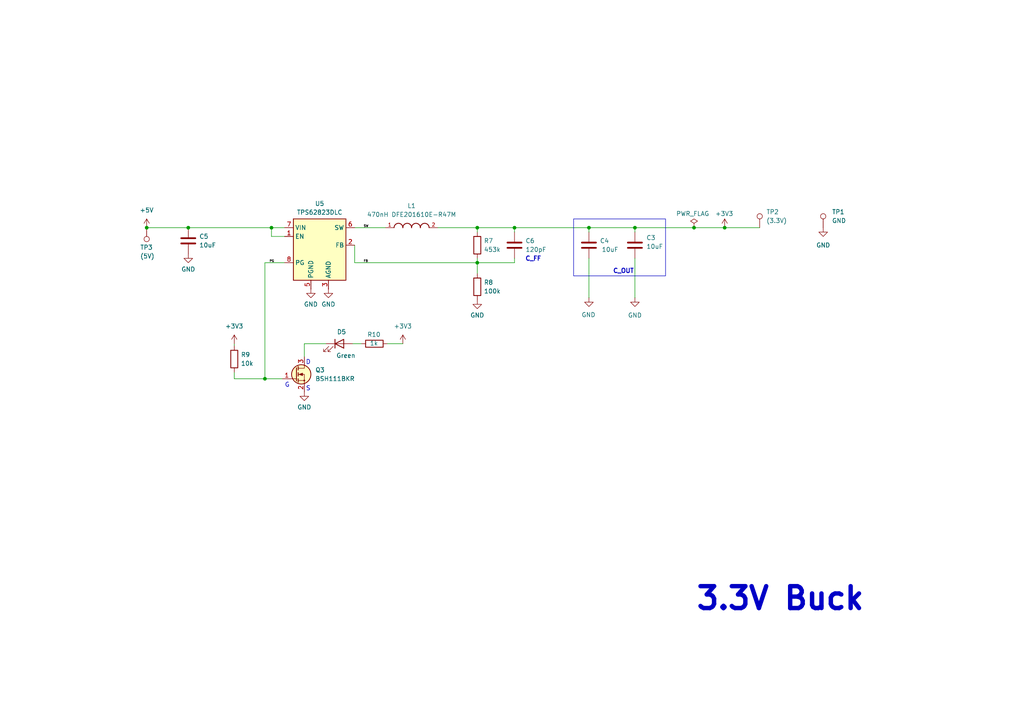
<source format=kicad_sch>
(kicad_sch (version 20231120) (generator "eeschema") (generator_version "8.0")
  (paper "A4")
  (lib_symbols
    (symbol "Connector:TestPoint" (pin_numbers hide) (pin_names (offset 0.762) hide)
      (property "Reference" "TP" (at 0 6.858 0))
      (property "Value" "TestPoint" (at 0 5.08 0))
      (symbol "TestPoint_0_1"
        (circle (center 0 3.302) (radius 0.762))
      )
      (symbol "TestPoint_1_1"
        (pin passive line (at 0 0 90) (length 2.54) (name "1") (number "1"))
      )
    )
    (symbol "Device:LED" (pin_numbers hide) (pin_names (offset 1.016) hide)
      (property "Reference" "D" (at 0 2.54 0))
      (property "Value" "LED" (at 0 -2.54 0))
      (symbol "LED_0_1"
        (polyline (pts (xy -1.27 -1.27) (xy -1.27 1.27)) (stroke (width 0.254)))
        (polyline (pts (xy -1.27 0) (xy 1.27 0)))
        (polyline (pts (xy 1.27 -1.27) (xy 1.27 1.27) (xy -1.27 0) (xy 1.27 -1.27)) (stroke (width 0.254)))
        (polyline (pts (xy -3.048 -0.762) (xy -4.572 -2.286) (xy -3.81 -2.286) (xy -4.572 -2.286) (xy -4.572 -1.524)))
        (polyline (pts (xy -1.778 -0.762) (xy -3.302 -2.286) (xy -2.54 -2.286) (xy -3.302 -2.286) (xy -3.302 -1.524)))
      )
      (symbol "LED_1_1"
        (pin passive line (at -3.81 0 0) (length 2.54) (name "K") (number "1"))
        (pin passive line (at 3.81 0 180) (length 2.54) (name "A") (number "2"))
      )
    )
    (symbol "Device:R" (pin_numbers hide) (pin_names (offset 0))
      (property "Reference" "R" (at 2.032 0 90))
      (property "Value" "R" (at 0 0 90))
      (symbol "R_0_1"
        (rectangle (start -1.016 -2.54) (end 1.016 2.54) (stroke (width 0.254)))
      )
      (symbol "R_1_1"
        (pin passive line (at 0 3.81 270) (length 1.27) (name "~") (number "1"))
        (pin passive line (at 0 -3.81 90) (length 1.27) (name "~") (number "2"))
      )
    )
    (symbol "PCM_Capacitor_AKL:C_0603" (pin_numbers hide) (pin_names (offset 0.254))
      (property "Reference" "C" (at 0.635 2.54 0))
      (property "Value" "C_0603" (at 0.635 -2.54 0))
      (symbol "C_0603_0_1"
        (polyline (pts (xy -2.032 -0.762) (xy 2.032 -0.762)) (stroke (width 0.508)))
        (polyline (pts (xy -2.032 0.762) (xy 2.032 0.762)) (stroke (width 0.508)))
      )
      (symbol "C_0603_1_1"
        (pin passive line (at 0 3.81 270) (length 2.794) (name "~") (number "1"))
        (pin passive line (at 0 -3.81 90) (length 2.794) (name "~") (number "2"))
      )
    )
    (symbol "PCM_Resistor_AKL:R_0201" (pin_numbers hide) (pin_names (offset 0))
      (property "Reference" "R" (at 2.54 1.27 0))
      (property "Value" "R_0201" (at 2.54 -1.27 0))
      (symbol "R_0201_0_1"
        (rectangle (start -1.016 -2.54) (end 1.016 2.54) (stroke (width 0.254)))
      )
      (symbol "R_0201_1_1"
        (pin passive line (at 0 3.81 270) (length 1.27) (name "~") (number "1"))
        (pin passive line (at 0 -3.81 90) (length 1.27) (name "~") (number "2"))
      )
    )
    (symbol "PCM_Transistor_MOSFET_AKL:BSH111" (pin_names hide)
      (property "Reference" "Q" (at 5.08 1.27 0))
      (property "Value" "BSH111" (at 5.08 -1.27 0))
      (symbol "BSH111_0_1"
        (polyline (pts (xy 0.254 -1.27) (xy -2.54 -1.27)))
        (polyline (pts (xy 0.254 1.905) (xy 0.254 -1.905)) (stroke (width 0.254)))
        (polyline (pts (xy 0.762 -1.778) (xy 2.54 -1.778)))
        (polyline (pts (xy 0.762 -1.27) (xy 0.762 -2.286)) (stroke (width 0.254)))
        (polyline (pts (xy 0.762 0.508) (xy 0.762 -0.508)) (stroke (width 0.254)))
        (polyline (pts (xy 0.762 2.286) (xy 0.762 1.27)) (stroke (width 0.254)))
        (polyline (pts (xy 2.54 1.778) (xy 0.762 1.778)))
        (polyline (pts (xy 2.54 2.54) (xy 2.54 1.778)))
        (polyline (pts (xy 2.54 -2.54) (xy 2.54 0) (xy 0.762 0)))
        (polyline (pts (xy 1.016 0) (xy 2.032 0.381) (xy 2.032 -0.381) (xy 1.016 0)) (fill (type outline)))
        (circle (center 1.651 0) (radius 2.794) (stroke (width 0.254)) (fill (type background)))
        (circle (center 2.54 -1.778) (radius 0.1778) (fill (type outline)))
      )
      (symbol "BSH111_1_1"
        (pin input line (at -3.81 -1.27 0) (length 2.54) (name "G") (number "1"))
        (pin passive line (at 2.54 -5.08 90) (length 2.54) (name "S") (number "2"))
        (pin passive line (at 2.54 5.08 270) (length 2.54) (name "D") (number "3"))
      )
    )
    (symbol "Regulator_Switching:TPS62823DLC"
      (property "Reference" "U" (at -7.62 11.43 0))
      (property "Value" "TPS62823DLC" (at -1.27 11.43 0))
      (symbol "TPS62823DLC_0_1"
        (rectangle (start -7.62 10.16) (end 7.62 -7.62) (stroke (width 0.254)) (fill (type background)))
      )
      (symbol "TPS62823DLC_1_1"
        (pin input line (at -10.16 5.08 0) (length 2.54) (name "EN") (number "1"))
        (pin input line (at 10.16 2.54 180) (length 2.54) (name "FB") (number "2"))
        (pin power_in line (at 2.54 -10.16 90) (length 2.54) (name "AGND") (number "3"))
        (pin no_connect line (at 7.62 5.08 180) (length 2.54) hide (name "NC") (number "4"))
        (pin power_in line (at -2.54 -10.16 90) (length 2.54) (name "PGND") (number "5"))
        (pin power_out line (at 10.16 7.62 180) (length 2.54) (name "SW") (number "6"))
        (pin power_in line (at -10.16 7.62 0) (length 2.54) (name "VIN") (number "7"))
        (pin open_collector line (at -10.16 -2.54 0) (length 2.54) (name "PG") (number "8"))
      )
    )
    (symbol "USB-HID-Key-Parts:DFE201610E-R47M=P2" (pin_names (offset 1.016))
      (property "Reference" "L" (at -7.62 5.08 0))
      (property "Value" "470nH DFE201610E-R47M" (at -7.62 2.54 0))
      (symbol "DFE201610E-R47M=P2_0_0"
        (arc (start -2.54 0) (mid -3.81 1.2645) (end -5.08 0) (stroke (width 0.254)))
        (arc (start 0 0) (mid -1.27 1.2645) (end -2.54 0) (stroke (width 0.254)))
        (arc (start 2.54 0) (mid 1.27 1.2645) (end 0 0) (stroke (width 0.254)))
        (arc (start 5.08 0) (mid 3.81 1.2645) (end 2.54 0) (stroke (width 0.254)))
        (pin passive line (at -7.62 0 0) (length 2.54) (name "~") (number "1"))
        (pin passive line (at 7.62 0 180) (length 2.54) (name "~") (number "2"))
      )
    )
    (symbol "power:+3V3" (power) (pin_numbers hide) (pin_names (offset 0) hide)
      (property "Value" "+3V3" (at 0 3.556 0))
      (symbol "+3V3_0_1"
        (polyline (pts (xy -0.762 1.27) (xy 0 2.54)))
        (polyline (pts (xy 0 0) (xy 0 2.54)))
        (polyline (pts (xy 0 2.54) (xy 0.762 1.27)))
      )
      (symbol "+3V3_1_1"
        (pin power_in line (at 0 0 90) (length 0) (name "~") (number "1"))
      )
    )
    (symbol "power:+5V" (power) (pin_numbers hide) (pin_names (offset 0) hide)
      (property "Value" "+5V" (at 0 3.556 0))
      (symbol "+5V_0_1"
        (polyline (pts (xy -0.762 1.27) (xy 0 2.54)))
        (polyline (pts (xy 0 0) (xy 0 2.54)))
        (polyline (pts (xy 0 2.54) (xy 0.762 1.27)))
      )
      (symbol "+5V_1_1"
        (pin power_in line (at 0 0 90) (length 0) (name "~") (number "1"))
      )
    )
    (symbol "power:GND" (power) (pin_numbers hide) (pin_names (offset 0) hide)
      (property "Value" "GND" (at 0 -3.81 0))
      (symbol "GND_0_1"
        (polyline (pts (xy 0 0) (xy 0 -1.27) (xy 1.27 -1.27) (xy 0 -2.54) (xy -1.27 -1.27) (xy 0 -1.27)))
      )
      (symbol "GND_1_1"
        (pin power_in line (at 0 0 270) (length 0) (name "~") (number "1"))
      )
    )
    (symbol "power:PWR_FLAG" (power) (pin_numbers hide) (pin_names (offset 0) hide)
      (property "Value" "PWR_FLAG" (at 0 3.81 0))
      (symbol "PWR_FLAG_0_0"
        (pin power_out line (at 0 0 90) (length 0) (name "~") (number "1"))
      )
      (symbol "PWR_FLAG_0_1"
        (polyline (pts (xy 0 0) (xy 0 1.27) (xy -1.016 1.905) (xy 0 2.54) (xy 1.016 1.905) (xy 0 1.27)))
      )
    )
  )
  (junction (at 54.61 66.04))
  (junction (at 138.43 76.2))
  (junction (at 42.545 66.04))
  (junction (at 170.815 66.04))
  (junction (at 78.74 66.04))
  (junction (at 76.835 109.855))
  (junction (at 210.185 66.04))
  (junction (at 149.225 66.04))
  (junction (at 184.15 66.04))
  (junction (at 138.43 66.04))
  (junction (at 201.295 66.04))
  (wire (pts (xy 78.74 66.04) (xy 82.55 66.04)))
  (wire (pts (xy 184.15 66.04) (xy 184.15 67.31)))
  (wire (pts (xy 201.295 66.04) (xy 210.185 66.04)))
  (wire (pts (xy 149.225 66.04) (xy 149.225 67.31)))
  (wire (pts (xy 88.265 103.505) (xy 88.265 99.695)))
  (wire (pts (xy 138.43 79.375) (xy 138.43 76.2)))
  (wire (pts (xy 76.835 76.2) (xy 76.835 109.855)))
  (wire (pts (xy 76.835 76.2) (xy 82.55 76.2)))
  (wire (pts (xy 67.945 109.855) (xy 76.835 109.855)))
  (wire (pts (xy 102.87 76.2) (xy 102.87 71.12)))
  (wire (pts (xy 138.43 66.04) (xy 127 66.04)))
  (wire (pts (xy 67.945 99.695) (xy 67.945 100.33)))
  (wire (pts (xy 170.815 86.36) (xy 170.815 74.93)))
  (wire (pts (xy 102.235 99.695) (xy 104.775 99.695)))
  (wire (pts (xy 149.225 76.2) (xy 149.225 74.93)))
  (wire (pts (xy 42.545 66.04) (xy 54.61 66.04)))
  (wire (pts (xy 149.225 66.04) (xy 170.815 66.04)))
  (wire (pts (xy 102.87 76.2) (xy 138.43 76.2)))
  (wire (pts (xy 184.15 86.36) (xy 184.15 74.93)))
  (wire (pts (xy 67.945 107.95) (xy 67.945 109.855)))
  (wire (pts (xy 88.265 99.695) (xy 94.615 99.695)))
  (wire (pts (xy 138.43 76.2) (xy 149.225 76.2)))
  (wire (pts (xy 210.185 66.04) (xy 220.345 66.04)))
  (wire (pts (xy 170.815 66.04) (xy 184.15 66.04)))
  (wire (pts (xy 54.61 66.04) (xy 78.74 66.04)))
  (wire (pts (xy 78.74 68.58) (xy 78.74 66.04)))
  (wire (pts (xy 138.43 66.04) (xy 149.225 66.04)))
  (wire (pts (xy 138.43 76.2) (xy 138.43 74.93)))
  (wire (pts (xy 76.835 109.855) (xy 81.915 109.855)))
  (wire (pts (xy 116.84 99.695) (xy 112.395 99.695)))
  (wire (pts (xy 184.15 66.04) (xy 201.295 66.04)))
  (wire (pts (xy 138.43 67.31) (xy 138.43 66.04)))
  (wire (pts (xy 170.815 67.31) (xy 170.815 66.04)))
  (wire (pts (xy 111.76 66.04) (xy 102.87 66.04)))
  (wire (pts (xy 82.55 68.58) (xy 78.74 68.58)))
  (rectangle (start 166.37 63.5) (end 193.04 80.01))
  (text "G" (at 83.312 111.76 0) (effects (font (size 1.27 1.27))))
  (text "3.3V Buck" (at 226.314 173.736 0) (effects (font (size 6.35 6.35) (thickness 1.27) (bold yes))))
  (text "D" (at 89.408 105.156 0) (effects (font (size 1.27 1.27))))
  (text "C_FF" (at 154.686 75.184 0) (effects (font (size 1.27 1.27) (thickness 0.254) (bold yes))))
  (text "C_OUT" (at 180.848 78.74 0) (effects (font (size 1.27 1.27) (thickness 0.254) (bold yes))))
  (text "S" (at 89.408 112.776 0) (effects (font (size 1.27 1.27))))
  (label "SW" (at 105.41 66.04 0) (effects (font (size 0.635 0.635))))
  (label "PG" (at 78.105 76.2 0) (effects (font (size 0.635 0.635))))
  (label "FB" (at 105.41 76.2 0) (effects (font (size 0.635 0.635))))
  (symbol (lib_id "power:+3V3") (at 210.185 66.04 0) (unit 1)
    (property "Reference" "#PWR07" (effects (hide yes)))
    (property "Value" "+3V3" (at 210.058 61.976 0))
    (property "Description" "Power symbol creates a global label with name \"+3V3\"" (effects (hide yes)))
  )
  (symbol (lib_id "power:GND") (at 138.43 86.995 0) (unit 1)
    (property "Reference" "#PWR02" (effects (hide yes)))
    (property "Value" "GND" (at 138.43 91.44 0))
    (property "Description" "Power symbol creates a global label with name \"GND\" , ground" (effects (hide yes)))
  )
  (symbol (lib_id "PCM_Transistor_MOSFET_AKL:BSH111") (at 85.725 108.585 0) (unit 1)
    (property "Reference" "Q3" (at 91.44 107.3149 0) (effects (justify left)))
    (property "Value" "BSH111BKR" (at 91.44 109.8549 0) (effects (justify left)))
    (property "Footprint" "Package_TO_SOT_SMD:SOT-23" (effects (hide yes)))
    (property "Datasheet" "https://www.tme.eu/Document/48d0ea740e4daec5470125eda38c9460/BSH111BK.pdf" (effects (hide yes)))
    (property "Description" "SOT-23 N-MOSFET enchancement mode transistor, 55V, 210mA, 302mW, Alternate KiCAD Library" (effects (hide yes)))
    (property "Digikey" "https://www.digikey.com/en/products/detail/nexperia-usa-inc/BSH111BKR/5423826" (effects (hide yes)))
    (property "MPN" "BSH111BKR" (effects (hide yes)))
  )
  (symbol (lib_id "PCM_Resistor_AKL:R_0201") (at 108.585 99.695 90) (unit 1)
    (property "Reference" "R10" (at 108.458 97.028 90))
    (property "Value" "1k" (at 108.458 99.568 90))
    (property "Footprint" "PCM_Resistor_SMD_AKL:R_0201_0603Metric" (effects (hide yes)))
    (property "Datasheet" "https://www.yageo.com/upload/media/product/products/datasheet/rchip/PYu-RC_Group_51_RoHS_L_12.pdf" (effects (hide yes)))
    (property "Description" "SMD 0201 Chip Resistor, European Symbol, Alternate KiCad Library" (effects (hide yes)))
    (property "MPN" "RC0201FR-071KL" (effects (hide yes)))
    (property "Digikey" "https://www.digikey.com/en/products/detail/yageo/RC0201FR-071KL/3202389" (effects (hide yes)))
  )
  (symbol (lib_id "power:GND") (at 238.76 66.04 0) (unit 1)
    (property "Reference" "#PWR09" (effects (hide yes)))
    (property "Value" "GND" (at 238.76 71.12 0))
    (property "Description" "Power symbol creates a global label with name \"GND\" , ground" (effects (hide yes)))
  )
  (symbol (lib_id "Device:R") (at 138.43 71.12 0) (unit 1)
    (property "Reference" "R7" (at 140.335 69.8499 0) (effects (justify left)))
    (property "Value" "453k" (at 140.335 72.3899 0) (effects (justify left)))
    (property "Footprint" "PCM_Resistor_SMD_AKL:R_0201_0603Metric" (effects (hide yes)))
    (property "Datasheet" "https://www.yageo.com/upload/media/product/products/datasheet/rchip/PYu-RC_Group_51_RoHS_L_12.pdf" (effects (hide yes)))
    (property "Description" "RES 453K OHM 1% 1/20W 0201" (effects (hide yes)))
    (property "MPN" "RC0201FR-07453KL" (effects (hide yes)))
    (property "Digikey" "https://www.digikey.com/en/products/detail/yageo/RC0201FR-07453KL/5280540" (effects (hide yes)))
  )
  (symbol (lib_id "power:PWR_FLAG") (at 201.295 66.04 0) (unit 1)
    (property "Reference" "#FLG01" (effects (hide yes)))
    (property "Value" "PWR_FLAG" (at 200.914 61.976 0))
    (property "Description" "Special symbol for telling ERC where power comes from" (effects (hide yes)))
  )
  (symbol (lib_id "power:+3V3") (at 67.945 99.695 0) (unit 1)
    (property "Reference" "#PWR08" (effects (hide yes)))
    (property "Value" "+3V3" (at 67.945 94.615 0))
    (property "Description" "Power symbol creates a global label with name \"+3V3\"" (effects (hide yes)))
  )
  (symbol (lib_id "USB-HID-Key-Parts:DFE201610E-R47M=P2") (at 119.38 66.04 0) (unit 1)
    (property "Reference" "L1" (at 119.38 59.69 0))
    (property "Value" "470nH DFE201610E-R47M" (at 119.38 62.23 0))
    (property "Footprint" "USB-HID-Key-Parts:DFE201610E-R47M=P2" (effects (hide yes)))
    (property "Datasheet" "https://search.murata.co.jp/Ceramy/image/img/P02/J(E)TE243A-0001.pdf" (effects (hide yes)))
    (property "Description" "FIXED IND 470NH 3.6A 32 MOHM SMD" (effects (hide yes)))
    (property "Digikey" "https://www.digikey.com/en/products/detail/murata-electronics/DFE201610E-R47M-P2/7927536?s=N4IgTCBcDaICIDECiYAMBGAbO1SC0ASgCwDsAsiALoC%2BQA" (effects (hide yes)))
    (property "MPN" "DFE201610E-R47M=P2" (effects (hide yes)))
  )
  (symbol (lib_id "PCM_Capacitor_AKL:C_0603") (at 54.61 69.85 0) (unit 1)
    (property "Reference" "C5" (at 57.785 68.5799 0) (effects (justify left)))
    (property "Value" "10uF" (at 57.785 71.1199 0) (effects (justify left)))
    (property "Footprint" "Capacitor_SMD:C_0603_1608Metric" (effects (hide yes)))
    (property "Datasheet" "https://search.murata.co.jp/Ceramy/image/img/A01X/G101/ENG/GRM188Z71A106KA73-01A.pdf" (effects (hide yes)))
    (property "Description" "SMD 0603 MLCC capacitor, Alternate KiCad Library" (effects (hide yes)))
    (property "MPN" "GRM188Z71A106KA73D" (effects (hide yes)))
    (property "Digikey" "https://www.digikey.com/en/products/detail/murata-electronics/GRM188Z71A106KA73D/13401725?s=N4IgjCBcoMxaBjKAzAhgGwM4FMA0IB7KAbXBgBYAGEAXXwAcAXKEAZUYCcBLAOwHMQAX3xgAbPBBJIaLHkIkQMAJwAmcuLogmLdt35CRAdglSZOfEUilyKtWACstBs0htOvAcJArK5JRO1XAFUeLkYAeWQAWWxUTABXDmwQfHiWAFaAMRSQAFteFjBqfFzUAA9C6i8AWghoSRQMc3krED9qGhr-eqlOeLlLUghO-GqVEyg%2BgYVHTsFBIA" (effects (hide yes)))
  )
  (symbol (lib_id "PCM_Capacitor_AKL:C_0603") (at 149.225 71.12 0) (unit 1)
    (property "Reference" "C6" (at 152.4 69.8499 0) (effects (justify left)))
    (property "Value" "120pF" (at 152.4 72.3899 0) (effects (justify left)))
    (property "Footprint" "Capacitor_SMD:C_0201_0603Metric" (effects (hide yes)))
    (property "Datasheet" "https://search.murata.co.jp/Ceramy/image/img/A01X/G101/ENG/GRM033R71E121KA01-01A.pdf" (effects (hide yes)))
    (property "Description" "120 pF ±10% 25V Ceramic Capacitor X7R 0201 (0603 Metric)" (effects (hide yes)))
    (property "MPN" "GRM033R71E121KA01D" (effects (hide yes)))
    (property "Digikey" "https://www.digikey.com/en/products/detail/murata-electronics/GRM033R71E121KA01D/702439" (effects (hide yes)))
  )
  (symbol (lib_id "PCM_Resistor_AKL:R_0201") (at 67.945 104.14 180) (unit 1)
    (property "Reference" "R9" (at 69.85 102.8699 0) (effects (justify right)))
    (property "Value" "10k" (at 69.85 105.4099 0) (effects (justify right)))
    (property "Footprint" "PCM_Resistor_SMD_AKL:R_0201_0603Metric" (effects (hide yes)))
    (property "Datasheet" "https://www.yageo.com/upload/media/product/products/datasheet/rchip/PYu-RC_Group_51_RoHS_L_12.pdf" (effects (hide yes)))
    (property "Description" "SMD 0201 Chip Resistor, European Symbol, Alternate KiCad Library" (effects (hide yes)))
    (property "MPN" "RC0201FR-0710KL" (effects (hide yes)))
    (property "Digikey" "https://www.digikey.com/en/products/detail/yageo/RC0201FR-0710KL/1948870" (effects (hide yes)))
  )
  (symbol (lib_id "Device:R") (at 138.43 83.185 0) (unit 1)
    (property "Reference" "R8" (at 140.335 81.9149 0) (effects (justify left)))
    (property "Value" "100k" (at 140.335 84.4549 0) (effects (justify left)))
    (property "Footprint" "PCM_Resistor_SMD_AKL:R_0201_0603Metric" (effects (hide yes)))
    (property "Datasheet" "https://www.yageo.com/upload/media/product/products/datasheet/rchip/PYu-RC_Group_51_RoHS_L_12.pdf" (effects (hide yes)))
    (property "Description" "RES 100K OHM 1% 1/20W 0201" (effects (hide yes)))
    (property "MPN" "RC0201FR-07100KL" (effects (hide yes)))
    (property "Digikey" "https://www.digikey.com/en/products/detail/yageo/RC0201FR-07100KL/1948859" (effects (hide yes)))
  )
  (symbol (lib_id "Connector:TestPoint") (at 238.76 66.04 0) (unit 1)
    (property "Reference" "TP1" (at 241.3 61.4679 0) (effects (justify left)))
    (property "Value" "GND" (at 241.3 64.0079 0) (effects (justify left)))
    (property "Footprint" "TestPoint:TestPoint_Pad_2.0x2.0mm" (effects (hide yes)))
    (property "Description" "test point" (effects (hide yes)))
  )
  (symbol (lib_id "Connector:TestPoint") (at 42.545 66.04 180) (unit 1)
    (property "Reference" "TP3" (at 40.64 71.755 0) (effects (justify right)))
    (property "Value" "(5V)" (at 40.64 74.295 0) (effects (justify right)))
    (property "Footprint" "TestPoint:TestPoint_Pad_2.0x2.0mm" (effects (hide yes)))
    (property "Description" "test point" (effects (hide yes)))
  )
  (symbol (lib_id "power:+3V3") (at 116.84 99.695 0) (unit 1)
    (property "Reference" "#PWR011" (effects (hide yes)))
    (property "Value" "+3V3" (at 116.84 94.615 0))
    (property "Description" "Power symbol creates a global label with name \"+3V3\"" (effects (hide yes)))
  )
  (symbol (lib_id "power:GND") (at 88.265 113.665 0) (unit 1)
    (property "Reference" "#PWR010" (effects (hide yes)))
    (property "Value" "GND" (at 88.265 118.11 0))
    (property "Description" "Power symbol creates a global label with name \"GND\" , ground" (effects (hide yes)))
  )
  (symbol (lib_id "power:+5V") (at 42.545 66.04 0) (unit 1)
    (property "Reference" "#PWR031" (effects (hide yes)))
    (property "Value" "+5V" (at 42.545 60.96 0))
    (property "Description" "Power symbol creates a global label with name \"+5V\"" (effects (hide yes)))
  )
  (symbol (lib_id "PCM_Capacitor_AKL:C_0603") (at 184.15 71.12 0) (unit 1)
    (property "Reference" "C3" (at 187.452 68.961 0) (effects (justify left)))
    (property "Value" "10uF" (at 187.452 71.501 0) (effects (justify left)))
    (property "Footprint" "Capacitor_SMD:C_0603_1608Metric" (effects (hide yes)))
    (property "Datasheet" "https://search.murata.co.jp/Ceramy/image/img/A01X/G101/ENG/GRM188Z71A106KA73-01A.pdf" (effects (hide yes)))
    (property "Description" "SMD 0603 MLCC capacitor, Alternate KiCad Library" (effects (hide yes)))
    (property "MPN" "GRM188Z71A106KA73D" (effects (hide yes)))
    (property "Digikey" "https://www.digikey.com/en/products/detail/murata-electronics/GRM188Z71A106KA73D/13401725?s=N4IgjCBcoMxaBjKAzAhgGwM4FMA0IB7KAbXBgBYAGEAXXwAcAXKEAZUYCcBLAOwHMQAX3xgAbPBBJIaLHkIkQMAJwAmcuLogmLdt35CRAdglSZOfEUilyKtWACstBs0htOvAcJArK5JRO1XAFUeLkYAeWQAWWxUTABXDmwQfHiWAFaAMRSQAFteFjBqfFzUAA9C6i8AWghoSRQMc3krED9qGhr-eqlOeLlLUghO-GqVEyg%2BgYVHTsFBIA" (effects (hide yes)))
  )
  (symbol (lib_id "power:GND") (at 170.815 86.36 0) (unit 1)
    (property "Reference" "#PWR03" (effects (hide yes)))
    (property "Value" "GND" (at 170.688 91.313 0))
    (property "Description" "Power symbol creates a global label with name \"GND\" , ground" (effects (hide yes)))
  )
  (symbol (lib_id "Connector:TestPoint") (at 220.345 66.04 0) (unit 1)
    (property "Reference" "TP2" (at 222.25 61.4679 0) (effects (justify left)))
    (property "Value" "(3.3V)" (at 222.25 64.0079 0) (effects (justify left)))
    (property "Footprint" "TestPoint:TestPoint_Pad_2.0x2.0mm" (effects (hide yes)))
    (property "Description" "test point" (effects (hide yes)))
  )
  (symbol (lib_id "Regulator_Switching:TPS62823DLC") (at 92.71 73.66 0) (unit 1)
    (property "Reference" "U5" (at 92.71 59.055 0))
    (property "Value" "TPS62823DLC" (at 92.71 61.595 0))
    (property "Footprint" "Package_SON:Texas_VSON-HR-8_1.5x2mm_P0.5mm" (effects (hide yes)))
    (property "Datasheet" "http://www.ti.com/lit/ds/symlink/tps62823.pdf" (effects (hide yes)))
    (property "Description" "3A Step-Down Converter with DCS-Control, adjustable output, 2.4-5.5V input voltage, QFN-8" (effects (hide yes)))
    (property "MPN" "TPS62823DLCT" (effects (hide yes)))
    (property "Digikey" "https://www.digikey.com/en/products/detail/texas-instruments/TPS62823DLCT/9554624" (effects (hide yes)))
  )
  (symbol (lib_id "power:GND") (at 90.17 83.82 0) (unit 1)
    (property "Reference" "#PWR06" (effects (hide yes)))
    (property "Value" "GND" (at 90.17 88.265 0))
    (property "Description" "Power symbol creates a global label with name \"GND\" , ground" (effects (hide yes)))
  )
  (symbol (lib_id "PCM_Capacitor_AKL:C_0603") (at 170.815 71.12 0) (unit 1)
    (property "Reference" "C4" (at 173.99 69.8499 0) (effects (justify left)))
    (property "Value" "10uF" (at 174.498 72.39 0) (effects (justify left)))
    (property "Footprint" "Capacitor_SMD:C_0603_1608Metric" (effects (hide yes)))
    (property "Datasheet" "https://search.murata.co.jp/Ceramy/image/img/A01X/G101/ENG/GRM188Z71A106KA73-01A.pdf" (effects (hide yes)))
    (property "Description" "SMD 0603 MLCC capacitor, Alternate KiCad Library" (effects (hide yes)))
    (property "MPN" "GRM188Z71A106KA73D" (effects (hide yes)))
    (property "Digikey" "https://www.digikey.com/en/products/detail/murata-electronics/GRM188Z71A106KA73D/13401725?s=N4IgjCBcoMxaBjKAzAhgGwM4FMA0IB7KAbXBgBYAGEAXXwAcAXKEAZUYCcBLAOwHMQAX3xgAbPBBJIaLHkIkQMAJwAmcuLogmLdt35CRAdglSZOfEUilyKtWACstBs0htOvAcJArK5JRO1XAFUeLkYAeWQAWWxUTABXDmwQfHiWAFaAMRSQAFteFjBqfFzUAA9C6i8AWghoSRQMc3krED9qGhr-eqlOeLlLUghO-GqVEyg%2BgYVHTsFBIA" (effects (hide yes)))
  )
  (symbol (lib_id "power:GND") (at 54.61 73.66 0) (unit 1)
    (property "Reference" "#PWR012" (effects (hide yes)))
    (property "Value" "GND" (at 54.61 78.105 0))
    (property "Description" "Power symbol creates a global label with name \"GND\" , ground" (effects (hide yes)))
  )
  (symbol (lib_id "power:GND") (at 95.25 83.82 0) (unit 1)
    (property "Reference" "#PWR05" (effects (hide yes)))
    (property "Value" "GND" (at 95.25 88.265 0))
    (property "Description" "Power symbol creates a global label with name \"GND\" , ground" (effects (hide yes)))
  )
  (symbol (lib_id "Device:LED") (at 98.425 99.695 0) (unit 1)
    (property "Reference" "D5" (at 99.06 96.266 0))
    (property "Value" "Green" (at 100.33 103.124 0))
    (property "Footprint" "LED_SMD:LED_0603_1608Metric" (effects (hide yes)))
    (property "Datasheet" "https://www.we-online.com/components/products/datasheet/150060VS75000.pdf" (effects (hide yes)))
    (property "Description" "LED GREEN CLEAR 0603 SMD" (effects (hide yes)))
    (property "MPN" "150060VS75000" (effects (hide yes)))
    (property "Digikey" "https://www.digikey.com/en/products/detail/w%C3%BCrth-elektronik/150060VS75000/4489906" (effects (hide yes)))
  )
  (symbol (lib_id "power:GND") (at 184.15 86.36 0) (unit 1)
    (property "Reference" "#PWR04" (effects (hide yes)))
    (property "Value" "GND" (at 184.15 91.44 0))
    (property "Description" "Power symbol creates a global label with name \"GND\" , ground" (effects (hide yes)))
  )
)
</source>
